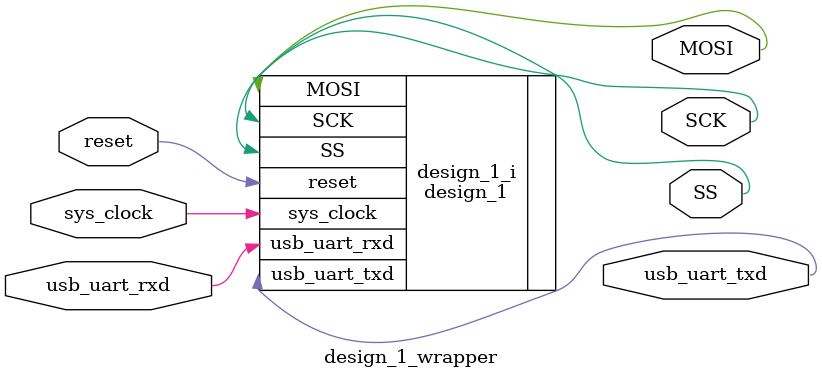
<source format=v>
`timescale 1 ps / 1 ps

module design_1_wrapper
   (MOSI,
    SCK,
    SS,
    reset,
    sys_clock,
    usb_uart_rxd,
    usb_uart_txd);
  output MOSI;
  output SCK;
  output [0:0]SS;
  input reset;
  input sys_clock;
  input usb_uart_rxd;
  output usb_uart_txd;

  wire MOSI;
  wire SCK;
  wire [0:0]SS;
  wire reset;
  wire sys_clock;
  wire usb_uart_rxd;
  wire usb_uart_txd;

  design_1 design_1_i
       (.MOSI(MOSI),
        .SCK(SCK),
        .SS(SS),
        .reset(reset),
        .sys_clock(sys_clock),
        .usb_uart_rxd(usb_uart_rxd),
        .usb_uart_txd(usb_uart_txd));
endmodule

</source>
